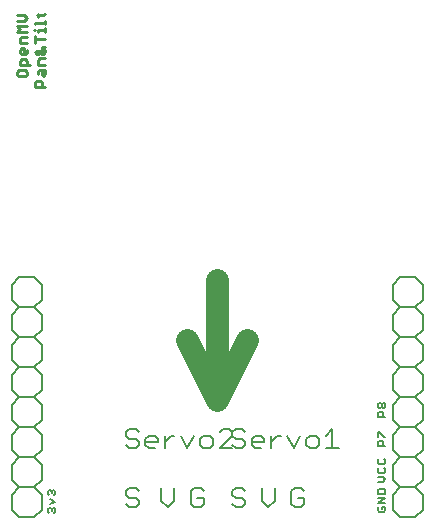
<source format=gto>
G75*
%MOIN*%
%OFA0B0*%
%FSLAX25Y25*%
%IPPOS*%
%LPD*%
%AMOC8*
5,1,8,0,0,1.08239X$1,22.5*
%
%ADD10C,0.00900*%
%ADD11C,0.00700*%
%ADD12C,0.00600*%
%ADD13C,0.07600*%
%ADD14C,0.00800*%
D10*
X0014447Y0149450D02*
X0014447Y0151001D01*
X0014964Y0151518D01*
X0015999Y0151518D01*
X0016516Y0151001D01*
X0016516Y0149450D01*
X0017550Y0149450D02*
X0014447Y0149450D01*
X0015482Y0153650D02*
X0015482Y0154684D01*
X0015999Y0155202D01*
X0017550Y0155202D01*
X0017550Y0153650D01*
X0017033Y0153133D01*
X0016516Y0153650D01*
X0016516Y0155202D01*
X0017550Y0156816D02*
X0015482Y0156816D01*
X0015482Y0158368D01*
X0015999Y0158885D01*
X0017550Y0158885D01*
X0017033Y0160499D02*
X0016516Y0160499D01*
X0015482Y0161534D01*
X0014964Y0161534D01*
X0014447Y0161017D01*
X0014964Y0160499D01*
X0015482Y0160499D01*
X0017550Y0162568D01*
X0016516Y0162568D02*
X0017550Y0161534D01*
X0017550Y0161017D01*
X0017033Y0160499D01*
X0014447Y0164183D02*
X0014447Y0166251D01*
X0014447Y0165217D02*
X0017550Y0165217D01*
X0017550Y0167866D02*
X0017550Y0168900D01*
X0017550Y0168383D02*
X0015482Y0168383D01*
X0015482Y0167866D01*
X0014447Y0168383D02*
X0013930Y0168383D01*
X0014447Y0170321D02*
X0014447Y0170838D01*
X0017550Y0170838D01*
X0017550Y0170321D02*
X0017550Y0171355D01*
X0017033Y0173294D02*
X0014964Y0173294D01*
X0015482Y0172777D02*
X0015482Y0173811D01*
X0017033Y0173294D02*
X0017550Y0173811D01*
X0011550Y0172400D02*
X0010516Y0171366D01*
X0008447Y0171366D01*
X0008447Y0169751D02*
X0011550Y0169751D01*
X0011550Y0167683D02*
X0008447Y0167683D01*
X0009482Y0168717D01*
X0008447Y0169751D01*
X0008447Y0173434D02*
X0010516Y0173434D01*
X0011550Y0172400D01*
X0011550Y0166068D02*
X0009999Y0166068D01*
X0009482Y0165551D01*
X0009482Y0163999D01*
X0011550Y0163999D01*
X0010516Y0162385D02*
X0009999Y0162385D01*
X0009482Y0161868D01*
X0009482Y0160833D01*
X0009999Y0160316D01*
X0011033Y0160316D01*
X0011550Y0160833D01*
X0011550Y0161868D01*
X0010516Y0162385D02*
X0010516Y0160316D01*
X0009999Y0158702D02*
X0011033Y0158702D01*
X0011550Y0158184D01*
X0011550Y0156633D01*
X0012584Y0156633D02*
X0009482Y0156633D01*
X0009482Y0158184D01*
X0009999Y0158702D01*
X0011033Y0155018D02*
X0008964Y0155018D01*
X0008447Y0154501D01*
X0008447Y0153467D01*
X0008964Y0152950D01*
X0011033Y0152950D01*
X0011550Y0153467D01*
X0011550Y0154501D01*
X0011033Y0155018D01*
D11*
X0019065Y0014911D02*
X0019482Y0014911D01*
X0019899Y0014494D01*
X0020316Y0014911D01*
X0020733Y0014911D01*
X0021150Y0014494D01*
X0021150Y0013660D01*
X0020733Y0013243D01*
X0019899Y0014077D02*
X0019899Y0014494D01*
X0019065Y0014911D02*
X0018648Y0014494D01*
X0018648Y0013660D01*
X0019065Y0013243D01*
X0019482Y0011965D02*
X0021150Y0011131D01*
X0019482Y0010297D01*
X0019482Y0009018D02*
X0019899Y0008601D01*
X0020316Y0009018D01*
X0020733Y0009018D01*
X0021150Y0008601D01*
X0021150Y0007767D01*
X0020733Y0007350D01*
X0019899Y0008184D02*
X0019899Y0008601D01*
X0019482Y0009018D02*
X0019065Y0009018D01*
X0018648Y0008601D01*
X0018648Y0007767D01*
X0019065Y0007350D01*
X0128648Y0008267D02*
X0129065Y0007850D01*
X0130733Y0007850D01*
X0131150Y0008267D01*
X0131150Y0009101D01*
X0130733Y0009518D01*
X0129899Y0009518D01*
X0129899Y0008684D01*
X0129065Y0009518D02*
X0128648Y0009101D01*
X0128648Y0008267D01*
X0128648Y0010797D02*
X0131150Y0012465D01*
X0128648Y0012465D01*
X0128648Y0013743D02*
X0128648Y0014994D01*
X0129065Y0015411D01*
X0130733Y0015411D01*
X0131150Y0014994D01*
X0131150Y0013743D01*
X0128648Y0013743D01*
X0128648Y0010797D02*
X0131150Y0010797D01*
X0130316Y0017850D02*
X0128648Y0017850D01*
X0130316Y0017850D02*
X0131150Y0018684D01*
X0130316Y0019518D01*
X0128648Y0019518D01*
X0129065Y0020797D02*
X0128648Y0021214D01*
X0128648Y0022048D01*
X0129065Y0022465D01*
X0129065Y0023743D02*
X0128648Y0024160D01*
X0128648Y0024994D01*
X0129065Y0025411D01*
X0129065Y0023743D02*
X0130733Y0023743D01*
X0131150Y0024160D01*
X0131150Y0024994D01*
X0130733Y0025411D01*
X0130733Y0022465D02*
X0131150Y0022048D01*
X0131150Y0021214D01*
X0130733Y0020797D01*
X0129065Y0020797D01*
X0128648Y0029850D02*
X0128648Y0031101D01*
X0129065Y0031518D01*
X0129899Y0031518D01*
X0130316Y0031101D01*
X0130316Y0029850D01*
X0131150Y0029850D02*
X0128648Y0029850D01*
X0128648Y0032797D02*
X0128648Y0034465D01*
X0129065Y0034465D01*
X0130733Y0032797D01*
X0131150Y0032797D01*
X0131150Y0039350D02*
X0128648Y0039350D01*
X0128648Y0040601D01*
X0129065Y0041018D01*
X0129899Y0041018D01*
X0130316Y0040601D01*
X0130316Y0039350D01*
X0130316Y0042297D02*
X0129899Y0042714D01*
X0129899Y0043548D01*
X0130316Y0043965D01*
X0130733Y0043965D01*
X0131150Y0043548D01*
X0131150Y0042714D01*
X0130733Y0042297D01*
X0130316Y0042297D01*
X0129899Y0042714D02*
X0129482Y0042297D01*
X0129065Y0042297D01*
X0128648Y0042714D01*
X0128648Y0043548D01*
X0129065Y0043965D01*
X0129482Y0043965D01*
X0129899Y0043548D01*
D12*
X0115527Y0028922D02*
X0111256Y0028922D01*
X0109081Y0029990D02*
X0109081Y0032125D01*
X0108014Y0033192D01*
X0105878Y0033192D01*
X0104811Y0032125D01*
X0104811Y0029990D01*
X0105878Y0028922D01*
X0108014Y0028922D01*
X0109081Y0029990D01*
X0111256Y0033192D02*
X0113392Y0035328D01*
X0113392Y0028922D01*
X0102636Y0033192D02*
X0100501Y0028922D01*
X0098365Y0033192D01*
X0096197Y0033192D02*
X0095129Y0033192D01*
X0092994Y0031057D01*
X0092994Y0028922D02*
X0092994Y0033192D01*
X0090819Y0032125D02*
X0090819Y0031057D01*
X0086549Y0031057D01*
X0086549Y0029990D02*
X0086549Y0032125D01*
X0087616Y0033192D01*
X0089751Y0033192D01*
X0090819Y0032125D01*
X0089751Y0028922D02*
X0087616Y0028922D01*
X0086549Y0029990D01*
X0084373Y0029990D02*
X0083306Y0028922D01*
X0081171Y0028922D01*
X0080103Y0029990D01*
X0080094Y0028922D02*
X0075823Y0028922D01*
X0080094Y0033192D01*
X0080094Y0034260D01*
X0079026Y0035328D01*
X0076891Y0035328D01*
X0075823Y0034260D01*
X0073648Y0032125D02*
X0072581Y0033192D01*
X0070445Y0033192D01*
X0069378Y0032125D01*
X0069378Y0029990D01*
X0070445Y0028922D01*
X0072581Y0028922D01*
X0073648Y0029990D01*
X0073648Y0032125D01*
X0080103Y0033192D02*
X0081171Y0032125D01*
X0083306Y0032125D01*
X0084373Y0031057D01*
X0084373Y0029990D01*
X0084373Y0034260D02*
X0083306Y0035328D01*
X0081171Y0035328D01*
X0080103Y0034260D01*
X0080103Y0033192D01*
X0067203Y0033192D02*
X0065067Y0028922D01*
X0062932Y0033192D01*
X0060764Y0033192D02*
X0059696Y0033192D01*
X0057561Y0031057D01*
X0057561Y0028922D02*
X0057561Y0033192D01*
X0055386Y0032125D02*
X0055386Y0031057D01*
X0051116Y0031057D01*
X0051116Y0029990D02*
X0051116Y0032125D01*
X0052183Y0033192D01*
X0054318Y0033192D01*
X0055386Y0032125D01*
X0054318Y0028922D02*
X0052183Y0028922D01*
X0051116Y0029990D01*
X0048940Y0029990D02*
X0048940Y0031057D01*
X0047873Y0032125D01*
X0045738Y0032125D01*
X0044670Y0033192D01*
X0044670Y0034260D01*
X0045738Y0035328D01*
X0047873Y0035328D01*
X0048940Y0034260D01*
X0048940Y0029990D02*
X0047873Y0028922D01*
X0045738Y0028922D01*
X0044670Y0029990D01*
X0045738Y0015642D02*
X0044670Y0014575D01*
X0044670Y0013507D01*
X0045738Y0012440D01*
X0047873Y0012440D01*
X0048940Y0011372D01*
X0048940Y0010305D01*
X0047873Y0009237D01*
X0045738Y0009237D01*
X0044670Y0010305D01*
X0045738Y0015642D02*
X0047873Y0015642D01*
X0048940Y0014575D01*
X0056481Y0015642D02*
X0056481Y0011372D01*
X0058616Y0009237D01*
X0060751Y0011372D01*
X0060751Y0015642D01*
X0066324Y0014575D02*
X0066324Y0010305D01*
X0067391Y0009237D01*
X0069526Y0009237D01*
X0070594Y0010305D01*
X0070594Y0012440D01*
X0068459Y0012440D01*
X0070594Y0014575D02*
X0069526Y0015642D01*
X0067391Y0015642D01*
X0066324Y0014575D01*
X0080103Y0014575D02*
X0080103Y0013507D01*
X0081171Y0012440D01*
X0083306Y0012440D01*
X0084373Y0011372D01*
X0084373Y0010305D01*
X0083306Y0009237D01*
X0081171Y0009237D01*
X0080103Y0010305D01*
X0080103Y0014575D02*
X0081171Y0015642D01*
X0083306Y0015642D01*
X0084373Y0014575D01*
X0089946Y0015642D02*
X0089946Y0011372D01*
X0092081Y0009237D01*
X0094216Y0011372D01*
X0094216Y0015642D01*
X0099788Y0014575D02*
X0099788Y0010305D01*
X0100856Y0009237D01*
X0102991Y0009237D01*
X0104059Y0010305D01*
X0104059Y0012440D01*
X0101923Y0012440D01*
X0099788Y0014575D02*
X0100856Y0015642D01*
X0102991Y0015642D01*
X0104059Y0014575D01*
D13*
X0075000Y0045000D02*
X0085000Y0065000D01*
X0065000Y0065000D02*
X0075000Y0045000D01*
X0075000Y0085000D01*
D14*
X0006500Y0013500D02*
X0006500Y0008500D01*
X0009000Y0006000D01*
X0014000Y0006000D01*
X0016500Y0008500D01*
X0016500Y0013500D01*
X0014000Y0016000D01*
X0009000Y0016000D01*
X0006500Y0013500D01*
X0009000Y0016000D02*
X0006500Y0018500D01*
X0006500Y0023500D01*
X0009000Y0026000D01*
X0014000Y0026000D01*
X0016500Y0023500D01*
X0016500Y0018500D01*
X0014000Y0016000D01*
X0014000Y0026000D02*
X0016500Y0028500D01*
X0016500Y0033500D01*
X0014000Y0036000D01*
X0009000Y0036000D01*
X0006500Y0033500D01*
X0006500Y0028500D01*
X0009000Y0026000D01*
X0009000Y0036000D02*
X0006500Y0038500D01*
X0006500Y0043500D01*
X0009000Y0046000D01*
X0014000Y0046000D01*
X0016500Y0043500D01*
X0016500Y0038500D01*
X0014000Y0036000D01*
X0014000Y0046000D02*
X0016500Y0048500D01*
X0016500Y0053500D01*
X0014000Y0056000D01*
X0009000Y0056000D01*
X0006500Y0053500D01*
X0006500Y0048500D01*
X0009000Y0046000D01*
X0009000Y0056000D02*
X0006500Y0058500D01*
X0006500Y0063500D01*
X0009000Y0066000D01*
X0014000Y0066000D01*
X0016500Y0063500D01*
X0016500Y0058500D01*
X0014000Y0056000D01*
X0014000Y0066000D02*
X0016500Y0068500D01*
X0016500Y0073500D01*
X0014000Y0076000D01*
X0009000Y0076000D01*
X0006500Y0073500D01*
X0006500Y0068500D01*
X0009000Y0066000D01*
X0009000Y0076000D02*
X0006500Y0078500D01*
X0006500Y0083500D01*
X0009000Y0086000D01*
X0014000Y0086000D01*
X0016500Y0083500D01*
X0016500Y0078500D01*
X0014000Y0076000D01*
X0133500Y0073500D02*
X0133500Y0068500D01*
X0136000Y0066000D01*
X0141000Y0066000D01*
X0143500Y0063500D01*
X0143500Y0058500D01*
X0141000Y0056000D01*
X0136000Y0056000D01*
X0133500Y0053500D01*
X0133500Y0048500D01*
X0136000Y0046000D01*
X0133500Y0043500D01*
X0133500Y0038500D01*
X0136000Y0036000D01*
X0141000Y0036000D01*
X0143500Y0033500D01*
X0143500Y0028500D01*
X0141000Y0026000D01*
X0136000Y0026000D01*
X0133500Y0023500D01*
X0133500Y0018500D01*
X0136000Y0016000D01*
X0141000Y0016000D01*
X0143500Y0013500D01*
X0143500Y0008500D01*
X0141000Y0006000D01*
X0136000Y0006000D01*
X0133500Y0008500D01*
X0133500Y0013500D01*
X0136000Y0016000D01*
X0141000Y0016000D02*
X0143500Y0018500D01*
X0143500Y0023500D01*
X0141000Y0026000D01*
X0136000Y0026000D02*
X0133500Y0028500D01*
X0133500Y0033500D01*
X0136000Y0036000D01*
X0141000Y0036000D02*
X0143500Y0038500D01*
X0143500Y0043500D01*
X0141000Y0046000D01*
X0136000Y0046000D01*
X0141000Y0046000D02*
X0143500Y0048500D01*
X0143500Y0053500D01*
X0141000Y0056000D01*
X0136000Y0056000D02*
X0133500Y0058500D01*
X0133500Y0063500D01*
X0136000Y0066000D01*
X0141000Y0066000D02*
X0143500Y0068500D01*
X0143500Y0073500D01*
X0141000Y0076000D01*
X0136000Y0076000D01*
X0133500Y0073500D01*
X0136000Y0076000D02*
X0133500Y0078500D01*
X0133500Y0083500D01*
X0136000Y0086000D01*
X0141000Y0086000D01*
X0143500Y0083500D01*
X0143500Y0078500D01*
X0141000Y0076000D01*
M02*

</source>
